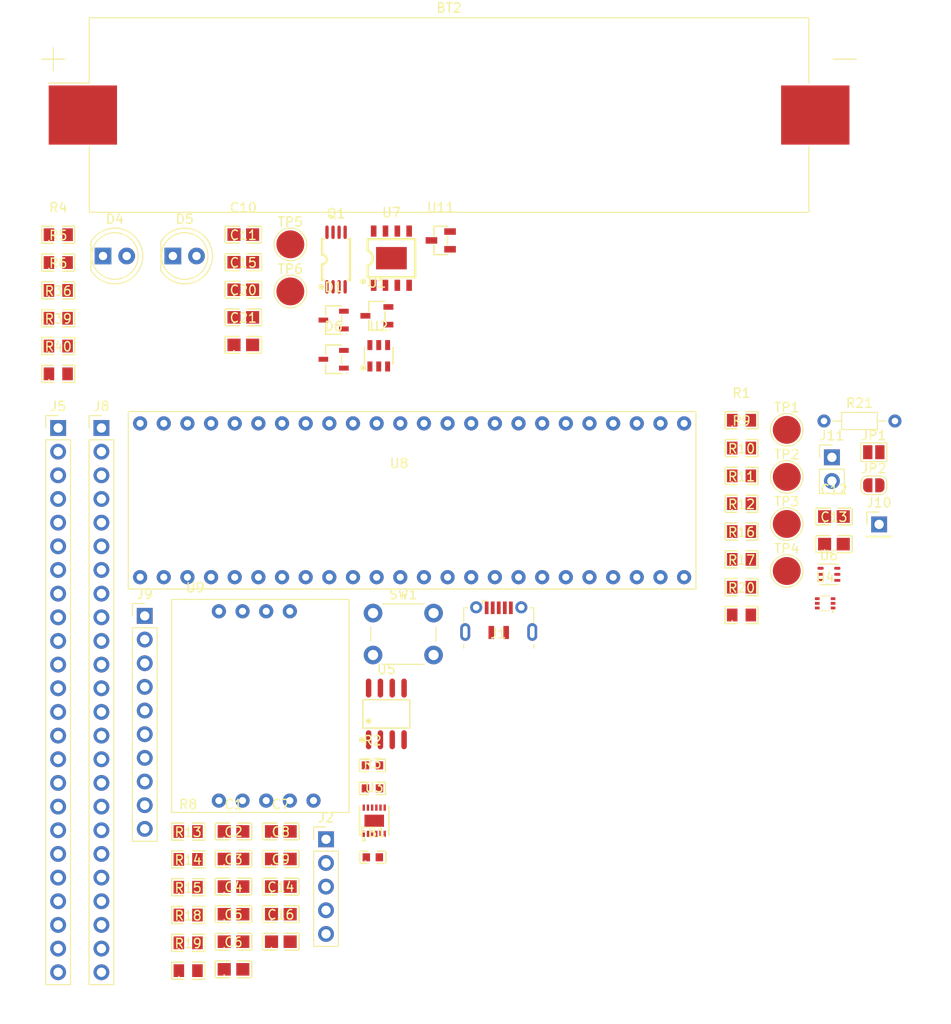
<source format=kicad_pcb>
(kicad_pcb (version 20221018) (generator pcbnew)
  (layers (0 "F.Cu" signal) (31 "B.Cu" signal) (34 "B.Paste" user) (35 "F.Paste" user) (36 "B.SilkS" user "B.Silkscreen") (37 "F.SilkS" user "F.Silkscreen") (38 "B.Mask" user) (39 "F.Mask" user) (44 "Edge.Cuts" user))
  (net 0 "")
  (net 1 "/MCU MODULE/PA4")
  (net 2 "GND")
  (net 3 "5VUSB")
  (net 4 "/POWER MANAGEMENT MODULE/BATT+")
  (net 5 "/MCU MODULE/USB_DN")
  (net 6 "/MCU MODULE/USB_DP")
  (net 7 "Net-(U3-3V3OUT)")
  (net 8 "Net-(BT2--)")
  (net 9 "Net-(JP1-A)")
  (net 10 "/POWER MANAGEMENT MODULE/LOAD_PWR")
  (net 11 "3V3")
  (net 12 "Net-(U2-VDD)")
  (net 13 "Net-(C21-Pad1)")
  (net 14 "Net-(D4-K)")
  (net 15 "Net-(D1-K)")
  (net 16 "Net-(D4-A)")
  (net 17 "Net-(D5-K)")
  (net 18 "/MCU MODULE/PA5")
  (net 22 "/MCU MODULE/PC13")
  (net 23 "/MCU MODULE/PC14")
  (net 24 "/MCU MODULE/PC15")
  (net 25 "/MCU MODULE/PF0")
  (net 26 "/MCU MODULE/PF1")
  (net 27 "/MCU MODULE/NRST")
  (net 28 "/MCU MODULE/PA0")
  (net 29 "/MCU MODULE/PA1")
  (net 30 "/MCU MODULE/PA2")
  (net 31 "/MCU MODULE/PA3")
  (net 32 "Net-(U2-OD)")
  (net 33 "/MCU MODULE/PA6")
  (net 34 "/MCU MODULE/PA7")
  (net 35 "/MCU MODULE/PB0")
  (net 36 "/MCU MODULE/PB1")
  (net 37 "/MCU MODULE/PB2")
  (net 38 "/MCU MODULE/PB10")
  (net 39 "/MCU MODULE/PB11")
  (net 40 "/MCU MODULE/PB9")
  (net 41 "/MCU MODULE/PB8")
  (net 42 "/MCU MODULE/BOOT")
  (net 43 "/MCU MODULE/PB7")
  (net 44 "/MCU MODULE/PB6")
  (net 45 "/MCU MODULE/PB5")
  (net 46 "/MCU MODULE/PB4")
  (net 47 "/MCU MODULE/PB3")
  (net 48 "/MCU MODULE/PA15")
  (net 49 "/MCU MODULE/PA14")
  (net 50 "/MCU MODULE/PF7")
  (net 51 "/MCU MODULE/PF6")
  (net 52 "/MCU MODULE/PA13")
  (net 53 "/MCU MODULE/PA12")
  (net 54 "/MCU MODULE/PA11")
  (net 55 "/MCU MODULE/PA10")
  (net 56 "/MCU MODULE/PA9")
  (net 57 "/MCU MODULE/PA8")
  (net 58 "/MCU MODULE/PB15")
  (net 59 "/MCU MODULE/PB14")
  (net 60 "/MCU MODULE/PB13")
  (net 61 "/MCU MODULE/PB12")
  (net 62 "Net-(U2-OC)")
  (net 63 "Net-(U4-V+)")
  (net 64 "Net-(U2-CS)")
  (net 65 "Net-(U4-SDA)")
  (net 66 "Net-(U4-SCL)")
  (net 67 "Net-(U5-SDA)")
  (net 68 "Net-(U5-VCC)")
  (net 69 "Net-(J10-Pin_1)")
  (net 70 "Net-(U3-USBDP)")
  (net 71 "Net-(U3-USBDM)")
  (net 72 "/POWER MANAGEMENT MODULE/PROG")
  (net 79 "Net-(U6-SCL)")
  (net 80 "Net-(U6-SDA)")
  (net 81 "Net-(U6-VDD)")
  (net 82 "Net-(U6-GND)")
  (net 83 "Net-(U5-SCL)")
  (footprint "JLCfootprint:C0805" (layer "F.Cu") (at 125.379776 53.312099)
    (fp_text reference "C11" (at 0 -2.903607) (layer "F.SilkS"))
    (fp_text value "1uF")
    (pad "1" smd rect (at -1 0) (size 1.410008 1.350013) (layers "F.Cu" "F.Paste" "F.Mask") (net 11 "3V3"))
    (pad "2" smd rect (at 1 0) (size 1.410008 1.350013) (layers "F.Cu" "F.Paste" "F.Mask") (net 2 "GND"))
  )
  (footprint "JLCfootprint:SOT-23-3_L3.0-W1.7-P0.95-LS2.9-BR" (layer "F.Cu") (at 135.080065 63.729914)
    (fp_text reference "D6" (at 0 -3.526213) (layer "F.SilkS"))
    (fp_text value "D_Schottky")
    (pad "1" smd rect (at 1.101346 0.949962) (size 1.03749 0.532004) (layers "F.Cu" "F.Paste" "F.Mask") (net 10 "/POWER MANAGEMENT MODULE/LOAD_PWR"))
    (pad "2" smd rect (at 1.101346 -0.949962) (size 1.03749 0.532004) (layers "F.Cu" "F.Paste" "F.Mask") (net 3 "5VUSB"))
    (pad "3" smd rect (at -1.101346 0) (size 1.03749 0.532004) (layers "F.Cu" "F.Paste" "F.Mask"))
  )
  (footprint "JLCfootprint:R0805" (layer "F.Cu") (at 178.887312 88.195497)
    (fp_text reference "R17" (at 0 -2.917094) (layer "F.SilkS"))
    (fp_text value "0R")
    (pad "1" smd rect (at -1 0) (size 1.132537 1.377013) (layers "F.Cu" "F.Paste" "F.Mask") (net 79 "Net-(U6-SCL)"))
    (pad "2" smd rect (at 1 0) (size 1.132537 1.377013) (layers "F.Cu" "F.Paste" "F.Mask") (net 44 "/MCU MODULE/PB6"))
  )
  (footprint "JLCfootprint:C0805" (layer "F.Cu") (at 188.809776 83.572099)
    (fp_text reference "C13" (at 0 -2.903607) (layer "F.SilkS"))
    (fp_text value "10nF")
    (pad "1" smd rect (at -1 0) (size 1.410008 1.350013) (layers "F.Cu" "F.Paste" "F.Mask") (net 11 "3V3"))
    (pad "2" smd rect (at 1 0) (size 1.410008 1.350013) (layers "F.Cu" "F.Paste" "F.Mask") (net 2 "GND"))
  )
  (footprint "JLCfootprint:R0805" (layer "F.Cu") (at 105.507312 53.352557)
    (fp_text reference "R5" (at 0 -2.917094) (layer "F.SilkS"))
    (fp_text value "10k")
    (pad "1" smd rect (at -1 0) (size 1.132537 1.377013) (layers "F.Cu" "F.Paste" "F.Mask") (net 3 "5VUSB"))
    (pad "2" smd rect (at 1 0) (size 1.132537 1.377013) (layers "F.Cu" "F.Paste" "F.Mask") (net 2 "GND"))
  )
  (footprint "TestPoint:TestPoint_Pad_D3.0mm" (layer "F.Cu") (at 183.744974 71.307675)
    (fp_text reference "TP1" (at 0 -2.398) (layer "F.SilkS"))
    (fp_text value "TestPoint")
    (pad "1" smd circle (at 0 0) (size 3 3) (layers "F.Cu" "F.Mask") (net 43 "/MCU MODULE/PB7"))
  )
  (footprint "TestPoint:TestPoint_Pad_D3.0mm" (layer "F.Cu") (at 130.434974 51.397675)
    (fp_text reference "TP5" (at 0 -2.398) (layer "F.SilkS"))
    (fp_text value "TestPoint")
    (pad "1" smd circle (at 0 0) (size 3 3) (layers "F.Cu" "F.Mask") (net 3 "5VUSB"))
  )
  (footprint "JLCfootprint:C0805" (layer "F.Cu") (at 124.329776 123.291331)
    (fp_text reference "C4" (at 0 -2.903607) (layer "F.SilkS"))
    (fp_text value "47pF")
    (pad "1" smd rect (at -1 0) (size 1.410008 1.350013) (layers "F.Cu" "F.Paste" "F.Mask") (net 5 "/MCU MODULE/USB_DN"))
    (pad "2" smd rect (at 1 0) (size 1.410008 1.350013) (layers "F.Cu" "F.Paste" "F.Mask") (net 2 "GND"))
  )
  (footprint "JLCfootprint:R0805" (layer "F.Cu") (at 119.457312 123.385733)
    (fp_text reference "R15" (at 0 -2.917094) (layer "F.SilkS"))
    (fp_text value "4k7")
    (pad "1" smd rect (at -1 0) (size 1.132537 1.377013) (layers "F.Cu" "F.Paste" "F.Mask") (net 43 "/MCU MODULE/PB7"))
    (pad "2" smd rect (at 1 0) (size 1.132537 1.377013) (layers "F.Cu" "F.Paste" "F.Mask") (net 11 "3V3"))
  )
  (footprint "JLCfootprint:SOT-23-3_L2.9-W1.3-P1.90-LS2.4-BR" (layer "F.Cu") (at 146.58498 50.975088)
    (fp_text reference "U11" (at 0 -3.526213) (layer "F.SilkS"))
    (fp_text value "AO3401A_C306862")
    (pad "1" smd rect (at 1 0.949962) (size 1.250013 0.7) (layers "F.Cu" "F.Paste" "F.Mask") (net 3 "5VUSB"))
    (pad "2" smd rect (at 1 -0.949962) (size 1.250013 0.7) (layers "F.Cu" "F.Paste" "F.Mask") (net 10 "/POWER MANAGEMENT MODULE/LOAD_PWR"))
    (pad "3" smd rect (at -1 0) (size 1.250013 0.7) (layers "F.Cu" "F.Paste" "F.Mask") (net 4 "/POWER MANAGEMENT MODULE/BATT+"))
  )
  (footprint "JLCfootprint:C0805" (layer "F.Cu") (at 129.40938 120.331715)
    (fp_text reference "C9" (at 0 -2.903607) (layer "F.SilkS"))
    (fp_text value "100nF")
    (pad "1" smd rect (at -1 0) (size 1.410008 1.350013) (layers "F.Cu" "F.Paste" "F.Mask") (net 11 "3V3"))
    (pad "2" smd rect (at 1 0) (size 1.410008 1.350013) (layers "F.Cu" "F.Paste" "F.Mask") (net 2 "GND"))
  )
  (footprint "LED_THT:LED_D5.0mm" (layer "F.Cu") (at 117.814974 52.647675)
    (fp_text reference "D5" (at 1.27 -3.96) (layer "F.SilkS"))
    (fp_text value "LED")
    (pad "1" thru_hole rect (at 0 0) (size 1.8 1.8) (drill 0.9) (layers "*.Cu" "*.Mask") (net 17 "Net-(D5-K)"))
    (pad "2" thru_hole circle (at 2.54 0) (size 1.8 1.8) (drill 0.9) (layers "*.Cu" "*.Mask") (net 16 "Net-(D4-A)"))
  )
  (footprint "JLCfootprint:ESOP-8_L4.9-W3.9-P1.27-LS6.0-BL-EP" (layer "F.Cu") (at 141.287126 52.880981)
    (fp_text reference "U7" (at 0 -4.908306) (layer "F.SilkS"))
    (fp_text value "~")
    (pad "1" smd rect (at -1.905004 2.908306) (size 0.6 1.2) (layers "F.Cu" "F.Paste" "F.Mask") (net 2 "GND"))
    (pad "2" smd rect (at -0.635001 2.908306) (size 0.6 1.2) (layers "F.Cu" "F.Paste" "F.Mask") (net 72 "/POWER MANAGEMENT MODULE/PROG"))
    (pad "3" smd rect (at 0.635001 2.908306) (size 0.6 1.2) (layers "F.Cu" "F.Paste" "F.Mask") (net 2 "GND"))
    (pad "4" smd rect (at 1.905004 2.908306) (size 0.6 1.2) (layers "F.Cu" "F.Paste" "F.Mask") (net 3 "5VUSB"))
    (pad "5" smd rect (at 1.905004 -2.908306) (size 0.6 1.2) (layers "F.Cu" "F.Paste" "F.Mask") (net 4 "/POWER MANAGEMENT MODULE/BATT+"))
    (pad "6" smd rect (at 0.635001 -2.908306) (size 0.6 1.2) (layers "F.Cu" "F.Paste" "F.Mask") (net 14 "Net-(D4-K)"))
    (pad "7" smd rect (at -0.635001 -2.908306) (size 0.6 1.2) (layers "F.Cu" "F.Paste" "F.Mask") (net 17 "Net-(D5-K)"))
    (pad "8" smd rect (at -1.905004 -2.908306) (size 0.6 1.2) (layers "F.Cu" "F.Paste" "F.Mask") (net 3 "5VUSB"))
    (pad "9" smd rect (at 0 0 180) (size 3.3 2.4) (layers "F.Cu" "F.Paste" "F.Mask"))
  )
  (footprint "JLCfootprint:R0603" (layer "F.Cu") (at 139.251264 109.79309)
    (fp_text reference "R3" (at 0 -2.660605) (layer "F.SilkS"))
    (fp_text value "27R")
    (pad "1" smd rect (at -0.753366 0) (size 0.806477 0.864008) (layers "F.Cu" "F.Paste" "F.Mask") (net 5 "/MCU MODULE/USB_DN"))
    (pad "2" smd rect (at 0.753366 0) (size 0.806477 0.864008) (layers "F.Cu" "F.Paste" "F.Mask") (net 71 "Net-(U3-USBDM)"))
  )
  (footprint "JLCfootprint:R0805" (layer "F.Cu") (at 105.507312 65.298909)
    (fp_text reference "R40" (at 0 -2.917094) (layer "F.SilkS"))
    (fp_text value "1k0")
    (pad "1" smd rect (at -1 0) (size 1.132537 1.377013) (layers "F.Cu" "F.Paste" "F.Mask") (net 3 "5VUSB"))
    (pad "2" smd rect (at 1 0) (size 1.132537 1.377013) (layers "F.Cu" "F.Paste" "F.Mask") (net 16 "Net-(D4-A)"))
  )
  (footprint "JLCfootprint:R0805" (layer "F.Cu") (at 178.887312 91.182085)
    (fp_text reference "R20" (at 0 -2.917094) (layer "F.SilkS"))
    (fp_text value "10k")
    (pad "1" smd rect (at -1 0) (size 1.132537 1.377013) (layers "F.Cu" "F.Paste" "F.Mask") (net 11 "3V3"))
    (pad "2" smd rect (at 1 0) (size 1.132537 1.377013) (layers "F.Cu" "F.Paste" "F.Mask") (net 18 "/MCU MODULE/PA5"))
  )
  (footprint "Connector_PinHeader_2.54mm:PinHeader_1x05_P2.54mm_Vertical" (layer "F.Cu") (at 134.264974 115.257675)
    (fp_text reference "J2" (at 0 -2.33) (layer "F.SilkS"))
    (fp_text value "Conn_01x05_Pin")
    (pad "1" thru_hole rect (at 0 0) (size 1.7 1.7) (drill 1) (layers "*.Cu" "*.Mask") (net 35 "/MCU MODULE/PB0"))
    (pad "2" thru_hole oval (at 0 2.54) (size 1.7 1.7) (drill 1) (layers "*.Cu" "*.Mask") (net 5 "/MCU MODULE/USB_DN"))
    (pad "3" thru_hole oval (at 0 5.08) (size 1.7 1.7) (drill 1) (layers "*.Cu" "*.Mask") (net 6 "/MCU MODULE/USB_DP"))
    (pad "4" thru_hole oval (at 0 7.62) (size 1.7 1.7) (drill 1) (layers "*.Cu" "*.Mask") (net 2 "GND"))
    (pad "5" thru_hole oval (at 0 10.16) (size 1.7 1.7) (drill 1) (layers "*.Cu" "*.Mask") (net 2 "GND"))
  )
  (footprint "JLCfootprint:SOT-23-3_L2.9-W1.6-P1.90-LS2.8-BR" (layer "F.Cu") (at 139.730052 59.06507)
    (fp_text reference "U1" (at 0 -3.536195) (layer "F.SilkS"))
    (fp_text value "MCP1700x-330xxTT")
    (pad "1" smd rect (at 1.235077 0.949962) (size 1.070003 0.6) (layers "F.Cu" "F.Paste" "F.Mask") (net 2 "GND"))
    (pad "2" smd rect (at 1.235077 -0.949962) (size 1.070003 0.6) (layers "F.Cu" "F.Paste" "F.Mask") (net 11 "3V3"))
    (pad "3" smd rect (at -1.235077 0) (size 1.070003 0.6) (layers "F.Cu" "F.Paste" "F.Mask") (net 10 "/POWER MANAGEMENT MODULE/LOAD_PWR"))
  )
  (footprint "JLCfootprint:R0805" (layer "F.Cu") (at 105.507312 50.365969)
    (fp_text reference "R4" (at 0 -2.917094) (layer "F.SilkS"))
    (fp_text value "1k0")
    (pad "1" smd rect (at -1 0) (size 1.132537 1.377013) (layers "F.Cu" "F.Paste" "F.Mask") (net 64 "Net-(U2-CS)"))
    (pad "2" smd rect (at 1 0) (size 1.132537 1.377013) (layers "F.Cu" "F.Paste" "F.Mask") (net 2 "GND"))
  )
  (footprint "JLCfootprint:C0805" (layer "F.Cu") (at 125.379776 62.190947)
    (fp_text reference "C21" (at 0 -2.903607) (layer "F.SilkS"))
    (fp_text value "10uF")
    (pad "1" smd rect (at -1 0) (size 1.410008 1.350013) (layers "F.Cu" "F.Paste" "F.Mask") (net 13 "Net-(C21-Pad1)"))
    (pad "2" smd rect (at 1 0) (size 1.410008 1.350013) (layers "F.Cu" "F.Paste" "F.Mask") (net 2 "GND"))
  )
  (footprint "JLCfootprint:R0805" (layer "F.Cu") (at 178.887312 76.249145)
    (fp_text reference "R10" (at 0 -2.917094) (layer "F.SilkS"))
    (fp_text value "0R")
    (pad "1" smd rect (at -1 0) (size 1.132537 1.377013) (layers "F.Cu" "F.Paste" "F.Mask") (net 66 "Net-(U4-SCL)"))
    (pad "2" smd rect (at 1 0) (size 1.132537 1.377013) (layers "F.Cu" "F.Paste" "F.Mask") (net 44 "/MCU MODULE/PB6"))
  )
  (footprint "JLCfootprint:DFN-12_L3.0-W3.0-P0.45-BL-EP" (layer "F.Cu") (at 139.442374 113.262591)
    (fp_text reference "U3" (at 0 -3.5762) (layer "F.SilkS"))
    (fp_text value "FT234XD-R")
    (pad "1" smd rect (at -1.124968 1.407417) (size 0.251994 0.664999) (layers "F.Cu" "F.Paste" "F.Mask") (net 71 "Net-(U3-USBDM)"))
    (pad "2" smd rect (at -0.674879 1.407417) (size 0.251994 0.664999) (layers "F.Cu" "F.Paste" "F.Mask") (net 7 "Net-(U3-3V3OUT)"))
    (pad "3" smd rect (at -0.225044 1.407417) (size 0.251994 0.664999) (layers "F.Cu" "F.Paste" "F.Mask") (net 7 "Net-(U3-3V3OUT)"))
    (pad "4" smd rect (at 0.225044 1.407417) (size 0.251994 0.664999) (layers "F.Cu" "F.Paste" "F.Mask") (net 3 "5VUSB"))
    (pad "5" smd rect (at 0.674879 1.407417) (size 0.251994 0.664999) (layers "F.Cu" "F.Paste" "F.Mask") (net 2 "GND"))
    (pad "6" smd rect (at 1.124968 1.407417) (size 0.251994 0.664999) (layers "F.Cu" "F.Paste" "F.Mask"))
    (pad "7" smd rect (at 1.124968 -1.407417) (size 0.251994 0.664999) (layers "F.Cu" "F.Paste" "F.Mask") (net 55 "/MCU MODULE/PA10"))
    (pad "8" smd rect (at 0.674879 -1.407417) (size 0.251994 0.664999) (layers "F.Cu" "F.Paste" "F.Mask"))
    (pad "9" smd rect (at 0.225044 -1.407417) (size 0.251994 0.664999) (layers "F.Cu" "F.Paste" "F.Mask") (net 7 "Net-(U3-3V3OUT)"))
    (pad "10" smd rect (at -0.225044 -1.407417) (size 0.251994 0.664999) (layers "F.Cu" "F.Paste" "F.Mask") (net 56 "/MCU MODULE/PA9"))
    (pad "11" smd rect (at -0.674879 -1.407417) (size 0.251994 0.664999) (layers "F.Cu" "F.Paste" "F.Mask"))
    (pad "12" smd rect (at -1.124968 -1.407417) (size 0.251994 0.664999) (layers "F.Cu" "F.Paste" "F.Mask") (net 70 "Net-(U3-USBDP)"))
    (pad "13" smd rect (at 0 0) (size 2.1 1.3) (layers "F.Cu" "F.Paste" "F.Mask") (net 2 "GND"))
  )
  (footprint "JLCfootprint:C0805" (layer "F.Cu") (at 124.329776 114.412483)
    (fp_text reference "C1" (at 0 -2.903607) (layer "F.SilkS"))
    (fp_text value "100nF")
    (pad "1" smd rect (at -1 0) (size 1.410008 1.350013) (layers "F.Cu" "F.Paste" "F.Mask") (net 3 "5VUSB"))
    (pad "2" smd rect (at 1 0) (size 1.410008 1.350013) (layers "F.Cu" "F.Paste" "F.Mask") (net 2 "GND"))
  )
  (footprint "JLCfootprint:C0805" (layer "F.Cu") (at 125.379776 50.352483)
    (fp_text reference "C10" (at 0 -2.903607) (layer "F.SilkS"))
    (fp_text value "1uF")
    (pad "1" smd rect (at -1 0) (size 1.410008 1.350013) (layers "F.Cu" "F.Paste" "F.Mask") (net 10 "/POWER MANAGEMENT MODULE/LOAD_PWR"))
    (pad "2" smd rect (at 1 0) (size 1.410008 1.350013) (layers "F.Cu" "F.Paste" "F.Mask") (net 2 "GND"))
  )
  (footprint "JLCfootprint:R0603" (layer "F.Cu") (at 139.251264 107.31948)
    (fp_text reference "R2" (at 0 -2.660605) (layer "F.SilkS"))
    (fp_text value "27R")
    (pad "1" smd rect (at -0.753366 0) (size 0.806477 0.864008) (layers "F.Cu" "F.Paste" "F.Mask") (net 6 "/MCU MODULE/USB_DP"))
    (pad "2" smd rect (at 0.753366 0) (size 0.806477 0.864008) (layers "F.Cu" "F.Paste" "F.Mask") (net 70 "Net-(U3-USBDP)"))
  )
  (footprint "Battery:BatteryHolder_Keystone_1042_1x18650" (layer "F.Cu") (at 147.479974 37.517675)
    (fp_text reference "BT2" (at 0 -11.5) (layer "F.SilkS"))
    (fp_text value "Battery_Cell")
    (pad "" np_thru_hole circle (at -35.93 -8) (size 2.39 2.39) (drill 2.39) (layers "*.Cu" "*.Mask"))
    (pad "" np_thru_hole circle (at -27.6 8) (size 3.45 3.45) (drill 3.45) (layers "*.Cu" "*.Mask"))
    (pad "" np_thru_hole circle (at 27.6 -8) (size 3.45 3.45) (drill 3.45) (layers "*.Cu" "*.Mask"))
    (pad "1" smd rect (at -39.33 0) (size 7.34 6.35) (layers "F.Cu" "F.Paste" "F.Mask") (net 4 "/POWER MANAGEMENT MODULE/BATT+"))
    (pad "2" smd rect (at 39.33 0) (size 7.34 6.35) (layers "F.Cu" "F.Paste" "F.Mask") (net 8 "Net-(BT2--)"))
  )
  (footprint "LED_THT:LED_D5.0mm" (layer "F.Cu") (at 110.314974 52.647675)
    (fp_text reference "D4" (at 1.27 -3.96) (layer "F.SilkS"))
    (fp_text value "LED")
    (pad "1" thru_hole rect (at 0 0) (size 1.8 1.8) (drill 0.9) (layers "*.Cu" "*.Mask") (net 14 "Net-(D4-K)"))
    (pad "2" thru_hole circle (at 2.54 0) (size 1.8 1.8) (drill 0.9) (layers "*.Cu" "*.Mask") (net 16 "Net-(D4-A)"))
  )
  (footprint "Connector_PinHeader_2.54mm:PinHeader_1x01_P2.54mm_Vertical" (layer "F.Cu") (at 193.664974 81.457675)
    (fp_text reference "J10" (at 0 -2.33) (layer "F.SilkS"))
    (fp_text value "Conn_01x01_Pin")
    (pad "1" thru_hole rect (at 0 0) (size 1.7 1.7) (drill 1) (layers "*.Cu" "*.Mask") (net 69 "Net-(J10-Pin_1)"))
  )
  (footprint "JLCfootprint:C0805" (layer "F.Cu") (at 129.40938 123.291331)
    (fp_text reference "C14" (at 0 -2.903607) (layer "F.SilkS"))
    (fp_text value "10nF")
    (pad "1" smd rect (at -1 0) (size 1.410008 1.350013) (layers "F.Cu" "F.Paste" "F.Mask") (net 11 "3V3"))
    (pad "2" smd rect (at 1 0) (size 1.410008 1.350013) (layers "F.Cu" "F.Paste" "F.Mask") (net 2 "GND"))
  )
  (footprint "JLCfootprint:C0805" (layer "F.Cu") (at 125.379776 56.271715)
    (fp_text reference "C15" (at 0 -2.903607) (layer "F.SilkS"))
    (fp_text value "10nF")
    (pad "1" smd rect (at -1 0) (size 1.410008 1.350013) (layers "F.Cu" "F.Paste" "F.Mask") (net 12 "Net-(U2-VDD)"))
    (pad "2" smd rect (at 1 0) (size 1.410008 1.350013) (layers "F.Cu" "F.Paste" "F.Mask") (net 15 "Net-(D1-K)"))
  )
  (footprint "Resistor_THT:R_Axial_DIN0204_L3.6mm_D1.6mm_P7.62mm_Horizontal" (layer "F.Cu") (at 187.744974 70.357675)
    (fp_text reference "R21" (at 3.81 -1.92) (layer "F.SilkS"))
    (fp_text value "LDR07")
    (pad "1" thru_hole circle (at 0 0) (size 1.4 1.4) (drill 0.7) (layers "*.Cu" "*.Mask") (net 18 "/MCU MODULE/PA5"))
    (pad "2" thru_hole oval (at 7.62 0) (size 1.4 1.4) (drill 0.7) (layers "*.Cu" "*.Mask") (net 2 "GND"))
  )
  (footprint "Connector_PinHeader_2.54mm:PinHeader_1x10_P2.54mm_Vertical" (layer "F.Cu") (at 114.794974 91.277675)
    (fp_text reference "J9" (at 0 -2.33) (layer "F.SilkS"))
    (fp_text value "Conn_01x10_Pin")
    (pad "1" thru_hole rect (at 0 0) (size 1.7 1.7) (drill 1) (layers "*.Cu" "*.Mask") (net 3 "5VUSB"))
    (pad "2" thru_hole oval (at 0 2.54) (size 1.7 1.7) (drill 1) (layers "*.Cu" "*.Mask") (net 18 "/MCU MODULE/PA5"))
    (pad "3" thru_hole oval (at 0 5.08) (size 1.7 1.7) (drill 1) (layers "*.Cu" "*.Mask") (net 43 "/MCU MODULE/PB7"))
    (pad "4" thru_hole oval (at 0 7.62) (size 1.7 1.7) (drill 1) (layers "*.Cu" "*.Mask") (net 44 "/MCU MODULE/PB6"))
    (pad "5" thru_hole oval (at 0 10.16) (size 1.7 1.7) (drill 1) (layers "*.Cu" "*.Mask"))
    (pad "6" thru_hole oval (at 0 12.7) (size 1.7 1.7) (drill 1) (layers "*.Cu" "*.Mask"))
    (pad "7" thru_hole oval (at 0 15.24) (size 1.7 1.7) (drill 1) (layers "*.Cu" "*.Mask") (net 35 "/MCU MODULE/PB0"))
    (pad "8" thru_hole oval (at 0 17.78) (size 1.7 1.7) (drill 1) (layers "*.Cu" "*.Mask") (net 55 "/MCU MODULE/PA10"))
    (pad "9" thru_hole oval (at 0 20.32) (size 1.7 1.7) (drill 1) (layers "*.Cu" "*.Mask") (net 56 "/MCU MODULE/PA9"))
    (pad "10" thru_hole oval (at 0 22.86) (size 1.7 1.7) (drill 1) (layers "*.Cu" "*.Mask") (net 2 "GND"))
  )
  (footprint "TestPoint:TestPoint_Pad_D3.0mm" (layer "F.Cu") (at 183.744974 81.407675)
    (fp_text reference "TP3" (at 0 -2.398) (layer "F.SilkS"))
    (fp_text value "TestPoint")
    (pad "1" smd circle (at 0 0) (size 3 3) (layers "F.Cu" "F.Mask") (net 43 "/MCU MODULE/PB7"))
  )
  (footprint "TestPoint:TestPoint_Pad_D3.0mm" (layer "F.Cu") (at 183.744974 86.457675)
    (fp_text reference "TP4" (at 0 -2.398) (layer "F.SilkS"))
    (fp_text value "TestPoint")
    (pad "1" smd circle (at 0 0) (size 3 3) (layers "F.Cu" "F.Mask") (net 44 "/MCU MODULE/PB6"))
  )
  (footprint "JLCfootprint:R0805" (layer "F.Cu") (at 105.507312 62.312321)
    (fp_text reference "R39" (at 0 -2.917094) (layer "F.SilkS"))
    (fp_text value "0R")
    (pad "1" smd rect (at -1 0) (size 1.132537 1.377013) (layers "F.Cu" "F.Paste" "F.Mask") (net 3 "5VUSB"))
    (pad "2" smd rect (at 1 0) (size 1.132537 1.377013) (layers "F.Cu" "F.Paste" "F.Mask") (net 13 "Net-(C21-Pad1)"))
  )
  (footprint "JLCfootprint:SOIC-8_L4.9-W3.9-P1.27-LS6.0-BL" (layer "F.Cu") (at 140.741599 101.797596)
    (fp_text reference "U5" (at 0 -4.772416) (layer "F.SilkS"))
    (fp_text value "CAT24C256")
    (pad "1" smd oval (at -1.905004 2.772416) (size 0.588011 2.045009) (layers "F.Cu" "F.Paste" "F.Mask") (net 2 "GND"))
    (pad "2" smd oval (at -0.635001 2.772416) (size 0.588011 2.045009) (layers "F.Cu" "F.Paste" "F.Mask") (net 2 "GND"))
    (pad "3" smd oval (at 0.635001 2.772416) (size 0.588011 2.045009) (layers "F.Cu" "F.Paste" "F.Mask") (net 2 "GND"))
    (pad "4" smd oval (at 1.905004 2.772416) (size 0.588011 2.045009) (layers "F.Cu" "F.Paste" "F.Mask") (net 2 "GND"))
    (pad "5" smd oval (at 1.905004 -2.772416) (size 0.588011 2.045009) (layers "F.Cu" "F.Paste" "F.Mask") (net 67 "Net-(U5-SDA)"))
    (pad "6" smd oval (at 0.635001 -2.772416) (size 0.588011 2.045009) (layers "F.Cu" "F.Paste" "F.Mask") (net 83 "Net-(U5-SCL)"))
    (pad "7" smd oval (at -0.635001 -2.772416) (size 0.588011 2.045009) (layers "F.Cu" "F.Paste" "F.Mask") (net 2 "GND"))
    (pad "8" smd oval (at -1.905004 -2.772416) (size 0.588011 2.045009) (layers "F.Cu" "F.Paste" "F.Mask") (net 68 "Net-(U5-VCC)"))
  )
  (footprint "JLCfootprint:TSSOP-8_L4.4-W3.0-P0.65-LS6.4-BL" (layer "F.Cu") (at 135.341495 53.026778)
    (fp_text reference "Q1" (at 0 -4.927102) (layer "F.SilkS"))
    (fp_text value "FS8205A")
    (pad "1" smd oval (at -0.975108 2.927102) (size 0.35301 1.454001) (layers "F.Cu" "F.Paste" "F.Mask"))
    (pad "2" smd oval (at -0.324867 2.927102) (size 0.35301 1.454001) (layers "F.Cu" "F.Paste" "F.Mask") (net 15 "Net-(D1-K)"))
    (pad "3" smd oval (at 0.325121 2.927102) (size 0.35301 1.454001) (layers "F.Cu" "F.Paste" "F.Mask") (net 15 "Net-(D1-K)"))
    (pad "4" smd oval (at 0.975108 2.927102) (size 0.35301 1.454001) (layers "F.Cu" "F.Paste" "F.Mask") (net 32 "Net-(U2-OD)"))
    (pad "5" smd oval (at 0.975108 -2.927102) (size 0.35301 1.454001) (layers "F.Cu" "F.Paste" "F.Mask") (net 62 "Net-(U2-OC)"))
    (pad "6" smd oval (at 0.325121 -2.927102) (size 0.35301 1.454001) (layers "F.Cu" "F.Paste" "F.Mask") (net 2 "GND"))
    (pad "7" smd oval (at -0.324867 -2.927102) (size 0.35301 1.454001) (layers "F.Cu" "F.Paste" "F.Mask") (net 2 "GND"))
    (pad "8" smd oval (at -0.975108 -2.927102) (size 0.35301 1.454001) (layers "F.Cu" "F.Paste" "F.Mask"))
  )
  (footprint "JLCfootprint:C0805" (layer "F.Cu") (at 124.329776 129.210563)
    (fp_text reference "C6" (at 0 -2.903607) (layer "F.SilkS"))
    (fp_text value "100nF")
    (pad "1" smd rect (at -1 0) (size 1.410008 1.350013) (layers "F.Cu" "F.Paste" "F.Mask") (net 7 "Net-(U3-3V3OUT)"))
    (pad "2" smd rect (at 1 0) (size 1.410008 1.350013) (layers "F.Cu" "F.Paste" "F.Mask") (net 2 "GND"))
  )
  (footprint "JLCfootprint:C0805" (layer "F.Cu") (at 129.40938 114.412483)
    (fp_text reference "C7" (at 0 -2.903607) (layer "F.SilkS"))
    (fp_text value "1uF")
    (pad "1" smd rect (at -1 0) (size 1.410008 1.350013) (layers "F.Cu" "F.Paste" "F.Mask") (net 11 "3V3"))
    (pad "2" smd rect (at 1 0) (size 1.410008 1.350013) (layers "F.Cu" "F.Paste" "F.Mask") (net 2 "GND"))
  )
  (footprint "Connector_PinHeader_2.54mm:PinHeader_1x24_P2.54mm_Vertical" (layer "F.Cu") (at 105.494974 71.107675)
    (fp_text reference "J5" (at 0 -2.33) (layer "F.SilkS"))
    (fp_text value "Conn_01x24_Pin")
    (pad "1" thru_hole rect (at 0 0) (size 1.7 1.7) (drill 1) (layers "*.Cu" "*.Mask") (net 11 "3V3"))
    (pad "2" thru_hole oval (at 0 2.54) (size 1.7 1.7) (drill 1) (layers "*.Cu" "*.Mask") (net 22 "/MCU MODULE/PC13"))
    (pad "3" thru_hole oval (at 0 5.08) (size 1.7 1.7) (drill 1) (layers "*.Cu" "*.Mask") (net 23 "/MCU MODULE/PC14"))
    (pad "4" thru_hole oval (at 0 7.62) (size 1.7 1.7) (drill 1) (layers "*.Cu" "*.Mask") (net 24 "/MCU MODULE/PC15"))
    (pad "5" thru_hole oval (at 0 10.16) (size 1.7 1.7) (drill 1) (layers "*.Cu" "*.Mask") (net 25 "/MCU MODULE/PF0"))
    (pad "6" thru_hole oval (at 0 12.7) (size 1.7 1.7) (drill 1) (layers "*.Cu" "*.Mask") (net 26 "/MCU MODULE/PF1"))
    (pad "7" thru_hole oval (at 0 15.24) (size 1.7 1.7) (drill 1) (layers "*.Cu" "*.Mask") (net 27 "/MCU MODULE/NRST"))
    (pad "8" thru_hole oval (at 0 17.78) (size 1.7 1.7) (drill 1) (layers "*.Cu" "*.Mask") (net 2 "GND"))
    (pad "9" thru_hole oval (at 0 20.32) (size 1.7 1.7) (drill 1) (layers "*.Cu" "*.Mask") (net 11 "3V3"))
    (pad "10" thru_hole oval (at 0 22.86) (size 1.7 1.7) (drill 1) (layers "*.Cu" "*.Mask") (net 28 "/MCU MODULE/PA0"))
    (pad "11" thru_hole oval (at 0 25.4) (size 1.7 1.7) (drill 1) (layers "*.Cu" "*.Mask") (net 29 "/MCU MODULE/PA1"))
    (pad "12" thru_hole oval (at 0 27.94) (size 1.7 1.7) (drill 1) (layers "*.Cu" "*.Mask") (net 30 "/MCU MODULE/PA2"))
    (pad "13" thru_hole oval (at 0 30.48) (size 1.7 1.7) (drill 1) (layers "*.Cu" "*.Mask") (net 31 "/MCU MODULE/PA3"))
    (pad "14" thru_hole oval (at 0 33.02) (size 1.7 1.7) (drill 1) (layers "*.Cu" "*.Mask") (net 1 "/MCU MODULE/PA4"))
    (pad "15" thru_hole oval (at 0 35.56) (size 1.7 1.7) (drill 1) (layers "*.Cu" "*.Mask") (net 18 "/MCU MODULE/PA5"))
    (pad "16" thru_hole oval (at 0 38.1) (size 1.7 1.7) (drill 1) (layers "*.Cu" "*.Mask") (net 33 "/MCU MODULE/PA6"))
    (pad "17" thru_hole oval (at 0 40.64) (size 1.7 1.7) (drill 1) (layers "*.Cu" "*.Mask") (net 34 "/MCU MODULE/PA7"))
    (pad "18" thru_hole oval (at 0 43.18) (size 1.7 1.7) (drill 1) (layers "*.Cu" "*.Mask") (net 35 "/MCU MODULE/PB0"))
    (pad "19" thru_hole oval (at 0 45.72) (size 1.7 1.7) (drill 1) (layers "*.Cu" "*.Mask") (net 36 "/MCU MODULE/PB1"))
    (pad "20" thru_hole oval (at 0 48.26) (size 1.7 1.7) (drill 1) (layers "*.Cu" "*.Mask") (net 37 "/MCU MODULE/PB2"))
    (pad "21" thru_hole oval (at 0 50.8) (size 1.7 1.7) (drill 1) (layers "*.Cu" "*.Mask") (net 38 "/MCU MODULE/PB10"))
    (pad "22" thru_hole oval (at 0 53.34) (size 1.7 1.7) (drill 1) (layers "*.Cu" "*.Mask") (net 39 "/MCU MODULE/PB11"))
    (pad "23" thru_hole oval (at 0 55.88) (size 1.7 1.7) (drill 1) (layers "*.Cu" "*.Mask") (net 2 "GND"))
    (pad "24" thru_hole oval (at 0 58.42) (size 1.7 1.7) (drill 1) (layers "*.Cu" "*.Mask") (net 11 "3V3"))
  )
  (footprint "JLCfootprint:C0805" (layer "F.Cu") (at 188.809776 80.612483)
    (fp_text reference "C12" (at 0 -2.903607) (layer "F.SilkS"))
    (fp_text value "1uF")
    (pad "1" smd rect (at -1 0) (size 1.410008 1.350013) (layers "F.Cu" "F.Paste" "F.Mask") (net 9 "Net-(JP1-A)"))
    (pad "2" smd rect (at 1 0) (size 1.410008 1.350013) (layers "F.Cu" "F.Paste" "F.Mask") (net 2 "GND"))
  )
  (footprint "Button_Switch_THT:SW_PUSH_6mm" (layer "F.Cu") (at 139.314974 90.977675)
    (fp_text reference "SW1" (at 3.25 -2) (layer "F.SilkS"))
    (fp_text value "SW_Push")
    (pad "1" thru_hole circle (at 0 0 90) (size 2 2) (drill 1.1) (layers "*.Cu" "*.Mask") (net 2 "GND"))
    (pad "1" thru_hole circle (at 6.5 0 90) (size 2 2) (drill 1.1) (layers "*.Cu" "*.Mask") (net 2 "GND"))
    (pad "2" thru_hole circle (at 0 4.5 90) (size 2 2) (drill 1.1) (layers "*.Cu" "*.Mask") (net 27 "/MCU MODULE/NRST"))
    (pad "2" thru_hole circle (at 6.5 4.5 90) (size 2 2) (drill 1.1) (layers "*.Cu" "*.Mask") (net 27 "/MCU MODULE/NRST"))
  )
  (footprint "JLCfootprint:R0805" (layer "F.Cu") (at 178.887312 85.208909)
    (fp_text reference "R16" (at 0 -2.917094) (layer "F.SilkS"))
    (fp_text value "0R")
    (pad "1" smd rect (at -1 0) (size 1.132537 1.377013) (layers "F.Cu" "F.Paste" "F.Mask") (net 80 "Net-(U6-SDA)"))
    (pad "2" smd rect (at 1 0) (size 1.132537 1.377013) (layers "F.Cu" "F.Paste" "F.Mask") (net 43 "/MCU MODULE/PB7"))
  )
  (footprint "Connector_PinHeader_2.54mm:PinHeader_1x24_P2.54mm_Vertical" (layer "F.Cu") (at 110.144974 71.107675)
    (fp_text reference "J8" (at 0 -2.33) (layer "F.SilkS"))
    (fp_text value "Conn_01x24_Pin")
    (pad "1" thru_hole rect (at 0 0) (size 1.7 1.7) (drill 1) (layers "*.Cu" "*.Mask") (net 11 "3V3"))
    (pad "2" thru_hole oval (at 0 2.54) (size 1.7 1.7) (drill 1) (layers "*.Cu" "*.Mask") (net 2 "GND"))
    (pad "3" thru_hole oval (at 0 5.08) (size 1.7 1.7) (drill 1) (layers "*.Cu" "*.Mask") (net 40 "/MCU MODULE/PB9"))
    (pad "4" thru_hole oval (at 0 7.62) (size 1.7 1.7) (drill 1) (layers "*.Cu" "*.Mask") (net 41 "/MCU MODULE/PB8"))
    (pad "5" thru_hole oval (at 0 10.16) (size 1.7 1.7) (drill 1) (layers "*.Cu" "*.Mask") (net 42 "/MCU MODULE/BOOT"))
    (pad "6" thru_hole oval (at 0 12.7) (size 1.7 1.7) (drill 1) (layers "*.Cu" "*.Mask") (net 43 "/MCU MODULE/PB7"))
    (pad "7" thru_hole oval (at 0 15.24) (size 1.7 1.7) (drill 1) (layers "*.Cu" "*.Mask") (net 44 "/MCU MODULE/PB6"))
    (pad "8" thru_hole oval (at 0 17.78) (size 1.7 1.7) (drill 1) (layers "*.Cu" "*.Mask") (net 45 "/MCU MODULE/PB5"))
    (pad "9" thru_hole oval (at 0 20.32) (size 1.7 1.7) (drill 1) (layers "*.Cu" "*.Mask") (net 46 "/MCU MODULE/PB4"))
    (pad "10" thru_hole oval (at 0 22.86) (size 1.7 1.7) (drill 1) (layers "*.Cu" "*.Mask") (net 47 "/MCU MODULE/PB3"))
    (pad "11" thru_hole oval (at 0 25.4) (size 1.7 1.7) (drill 1) (layers "*.Cu" "*.Mask") (net 48 "/MCU MODULE/PA15"))
    (pad "12" thru_hole oval (at 0 27.94) (size 1.7 1.7) (drill 1) (layers "*.Cu" "*.Mask") (net 49 "/MCU MODULE/PA14"))
    (pad "13" thru_hole oval (at 0 30.48) (size 1.7 1.7) (drill 1) (layers "*.Cu" "*.Mask") (net 50 "/MCU MODULE/PF7"))
    (pad "14" thru_hole oval (at 0 33.02) (size 1.7 1.7) (drill 1) (layers "*.Cu" "*.Mask") (net 51 "/MCU MODULE/PF6"))
    (pad "15" thru_hole oval (at 0 35.56) (size 1.7 1.7) (drill 1) (layers "*.Cu" "*.Mask") (net 52 "/MCU MODULE/PA13"))
    (pad "16" thru_hole oval (at 0 38.1) (size 1.7 1.7) (drill 1) (layers "*.Cu" "*.Mask") (net 53 "/MCU MODULE/PA12"))
    (pad "17" thru_hole oval (at 0 40.64) (size 1.7 1.7) (drill 1) (layers "*.Cu" "*.Mask") (net 54 "/MCU MODULE/PA11"))
    (pad "18" thru_hole oval (at 0 43.18) (size 1.7 1.7) (drill 1) (layers "*.Cu" "*.Mask") (net 55 "/MCU MODULE/PA10"))
    (pad "19" thru_hole oval (at 0 45.72) (size 1.7 1.7) (drill 1) (layers "*.Cu" "*.Mask") (net 56 "/MCU MODULE/PA9"))
    (pad "20" thru_hole oval (at 0 48.26) (size 1.7 1.7) (drill 1) (layers "*.Cu" "*.Mask") (net 57 "/MCU MODULE/PA8"))
    (pad "21" thru_hole oval (at 0 50.8) (size 1.7 1.7) (drill 1) (layers "*.Cu" "*.Mask") (net 58 "/MCU MODULE/PB15"))
    (pad "22" thru_hole oval (at 0 53.34) (size 1.7 1.7) (drill 1) (layers "*.Cu" "*.Mask") (net 59 "/MCU MODULE/PB14"))
    (pad "23" thru_hole oval (at 0 55.88) (size 1.7 1.7) (drill 1) (layers "*.Cu" "*.Mask") (net 60 "/MCU MODULE/PB13"))
    (pad "24" thru_hole oval (at 0 58.42) (size 1.7 1.7) (drill 1) (layers "*.Cu" "*.Mask") (net 61 "/MCU MODULE/PB12"))
  )
  (footprint "JLCfootprint:R0805" (layer "F.Cu") (at 119.457312 117.412557)
    (fp_text reference "R13" (at 0 -2.917094) (layer "F.SilkS"))
    (fp_text value "0R")
    (pad "1" smd rect (at -1 0) (size 1.132537 1.377013) (layers "F.Cu" "F.Paste" "F.Mask") (net 43 "/MCU MODULE/PB7"))
    (pad "2" smd rect (at 1 0) (size 1.132537 1.377013) (layers "F.Cu" "F.Paste" "F.Mask") (net 67 "Net-(U5-SDA)"))
  )
  (footprint "JLCfootprint:L0603" (layer "F.Cu") (at 139.290279 117.188725)
    (fp_text reference "FB1" (at -0.006731 -2.66985) (layer "F.SilkS"))
    (fp_text value "FerriteBead")
    (pad "1" smd rect (at -0.699898 0 180) (size 0.8 0.864008) (layers "F.Cu" "F.Paste" "F.Mask") (net 3 "5VUSB"))
    (pad "2" smd rect (at 0.699898 0 180) (size 0.8 0.864008) (layers "F.Cu" "F.Paste" "F.Mask") (net 35 "/MCU MODULE/PB0"))
  )
  (footprint "JLCfootprint:R0805" (layer "F.Cu") (at 105.507312 59.325733)
    (fp_text reference "R36" (at 0 -2.917094) (layer "F.SilkS"))
    (fp_text value "10k")
    (pad "1" smd rect (at -1 0) (size 1.132537 1.377013) (layers "F.Cu" "F.Paste" "F.Mask") (net 72 "/POWER MANAGEMENT MODULE/PROG"))
    (pad "2" smd rect (at 1 0) (size 1.132537 1.377013) (layers "F.Cu" "F.Paste" "F.Mask") (net 2 "GND"))
  )
  (footprint "JLCfootprint:R0805" (layer "F.Cu") (at 178.887312 79.235733)
    (fp_text reference "R11" (at 0 -2.917094) (layer "F.SilkS"))
    (fp_text value "0R")
    (pad "1" smd rect (at -1 0) (size 1.132537 1.377013) (layers "F.Cu" "F.Paste" "F.Mask") (net 81 "Net-(U6-VDD)"))
    (pad "2" smd rect (at 1 0) (size 1.132537 1.377013) (layers "F.Cu" "F.Paste" "F.Mask") (net 9 "Net-(JP1-A)"))
  )
  (footprint "footprints:STM32F051C6T6" (layer "F.Cu") (at 142.319974 81.012675)
    (fp_text reference "U8" (at -0.2 -6.1 unlocked) (layer "F.SilkS"))
    (fp_text value "~")
    (pad "1" thru_hole circle (at -28.02 6.11) (size 1.524 1.524) (drill 0.762) (layers "*.Cu" "*.Mask") (net 11 "3V3"))
    (pad "2" thru_hole circle (at -25.48 6.11) (size 1.524 1.524) (drill 0.762) (layers "*.Cu" "*.Mask") (net 22 "/MCU MODULE/PC13"))
    (pad "3" thru_hole circle (at -22.94 6.11) (size 1.524 1.524) (drill 0.762) (layers "*.Cu" "*.Mask") (net 23 "/MCU MODULE/PC14"))
    (pad "4" thru_hole circle (at -20.4 6.11) (size 1.524 1.524) (drill 0.762) (layers "*.Cu" "*.Mask") (net 24 "/MCU MODULE/PC15"))
    (pad "5" thru_hole circle (at -17.86 6.11) (size 1.524 1.524) (drill 0.762) (layers "*.Cu" "*.Mask") (net 25 "/MCU MODULE/PF0"))
    (pad "6" thru_hole circle (at -15.32 6.11) (size 1.524 1.524) (drill 0.762) (layers "*.Cu" "*.Mask") (net 26 "/MCU MODULE/PF1"))
    (pad "7" thru_hole circle (at -12.78 6.11) (size 1.524 1.524) (drill 0.762) (layers "*.Cu" "*.Mask") (net 27 "/MCU MODULE/NRST"))
    (pad "8" thru_hole circle (at -10.24 6.11) (size 1.524 1.524) (drill 0.762) (layers "*.Cu" "*.Mask") (net 2 "GND"))
    (pad "9" thru_hole circle (at -7.7 6.11) (size 1.524 1.524) (drill 0.762) (layers "*.Cu" "*.Mask") (net 11 "3V3"))
    (pad "10" thru_hole circle (at -5.16 6.11) (size 1.524 1.524) (drill 0.762) (layers "*.Cu" "*.Mask") (net 28 "/MCU MODULE/PA0"))
    (pad "11" thru_hole circle (at -2.62 6.11) (size 1.524 1.524) (drill 0.762) (layers "*.Cu" "*.Mask") (net 29 "/MCU MODULE/PA1"))
    (pad "12" thru_hole circle (at -0.08 6.11) (size 1.524 1.524) (drill 0.762) (layers "*.Cu" "*.Mask") (net 30 "/MCU MODULE/PA2"))
    (pad "13" thru_hole circle (at 2.46 6.11) (size 1.524 1.524) (drill 0.762) (layers "*.Cu" "*.Mask") (net 31 "/MCU MODULE/PA3"))
    (pad "14" thru_hole circle (at 5 6.11) (size 1.524 1.524) (drill 0.762) (layers "*.Cu" "*.Mask") (net 1 "/MCU MODULE/PA4"))
    (pad "15" thru_hole circle (at 7.54 6.11) (size 1.524 1.524) (drill 0.762) (layers "*.Cu" "*.Mask") (net 18 "/MCU MODULE/PA5"))
    (pad "16" thru_hole circle (at 10.08 6.11) (size 1.524 1.524) (drill 0.762) (layers "*.Cu" "*.Mask") (net 33 "/MCU MODULE/PA6"))
    (pad "17" thru_hole circle (at 12.62 6.11) (size 1.524 1.524) (drill 0.762) (layers "*.Cu" "*.Mask") (net 34 "/MCU MODULE/PA7"))
    (pad "18" thru_hole circle (at 15.16 6.11) (size 1.524 1.524) (drill 0.762) (layers "*.Cu" "*.Mask") (net 35 "/MCU MODULE/PB0"))
    (pad "19" thru_hole circle (at 17.7 6.11) (size 1.524 1.524) (drill 0.762) (layers "*.Cu" "*.Mask") (net 36 "/MCU MODULE/PB1"))
    (pad "20" thru_hole circle (at 20.24 6.11) (size 1.524 1.524) (drill 0.762) (layers "*.Cu" "*.Mask") (net 37 "/MCU MODULE/PB2"))
    (pad "21" thru_hole circle (at 22.78 6.11) (size 1.524 1.524) (drill 0.762) (layers "*.Cu" "*.Mask") (net 38 "/MCU MODULE/PB10"))
    (pad "22" thru_hole circle (at 25.32 6.11) (size 1.524 1.524) (drill 0.762) (layers "*.Cu" "*.Mask") (net 39 "/MCU MODULE/PB11"))
    (pad "23" thru_hole circle (at 27.86 6.11) (size 1.524 1.524) (drill 0.762) (layers "*.Cu" "*.Mask") (net 2 "GND"))
    (pad "24" thru_hole circle (at 30.4 6.11) (size 1.524 1.524) (drill 0.762) (layers "*.Cu" "*.Mask") (net 11 "3V3"))
    (pad "25" thru_hole circle (at 30.4 -10.4) (size 1.524 1.524) (drill 0.762) (layers "*.Cu" "*.Mask") (net 61 "/MCU MODULE/PB12"))
    (pad "26" thru_hole circle (at 27.86 -10.4) (size 1.524 1.524) (drill 0.762) (layers "*.Cu" "*.Mask") (net 60 "/MCU MODULE/PB13"))
    (pad "27" thru_hole circle (at 25.32 -10.4) (size 1.524 1.524) (drill 0.762) (layers "*.Cu" "*.Mask") (net 59 "/MCU MODULE/PB14"))
    (pad "28" thru_hole circle (at 22.78 -10.4) (size 1.524 1.524) (drill 0.762) (layers "*.Cu" "*.Mask") (net 58 "/MCU MODULE/PB15"))
    (pad "29" thru_hole circle (at 20.24 -10.4) (size 1.524 1.524) (drill 0.762) (layers "*.Cu" "*.Mask") (net 57 "/MCU MODULE/PA8"))
    (pad "30" thru_hole circle (at 17.7 -10.4) (size 1.524 1.524) (drill 0.762) (layers "*.Cu" "*.Mask") (net 56 "/MCU MODULE/PA9"))
    (pad "31" thru_hole circle (at 15.16 -10.4) (size 1.524 1.524) (drill 0.762) (layers "*.Cu" "*.Mask") (net 55 "/MCU MODULE/PA10"))
    (pad "32" thru_hole circle (at 12.62 -10.4) (size 1.524 1.524) (drill 0.762) (layers "*.Cu" "*.Mask") (net 54 "/MCU MODULE/PA11"))
    (pad "33" thru_hole circle (at 10.08 -10.4) (size 1.524 1.524) (drill 0.762) (layers "*.Cu" "*.Mask") (net 53 "/MCU MODULE/PA12"))
    (pad "34" thru_hole circle (at 7.54 -10.4) (size 1.524 1.524) (drill 0.762) (layers "*.Cu" "*.Mask") (net 52 "/MCU MODULE/PA13"))
    (pad "35" thru_hole circle (at 5 -10.4) (size 1.524 1.524) (drill 0.762) (layers "*.Cu" "*.Mask") (net 51 "/MCU MODULE/PF6"))
    (pad "36" thru_hole circle (at 2.46 -10.4) (size 1.524 1.524) (drill 0.762) (layers "*.Cu" "*.Mask") (net 50 "/MCU MODULE/PF7"))
    (pad "37" thru_hole circle (at -0.08 -10.4) (size 1.524 1.524) (drill 0.762) (layers "*.Cu" "*.Mask") (net 49 "/MCU MODULE/PA14"))
    (pad "38" thru_hole circle (at -2.62 -10.4) (size 1.524 1.524) (drill 0.762) (layers "*.Cu" "*.Mask") (net 48 "/MCU MODULE/PA15"))
    (pad "39" thru_hole circle (at -5.16 -10.4) (size 1.524 1.524) (drill 0.762) (layers "*.Cu" "*.Mask") (net 47 "/MCU MODULE/PB3"))
    (pad "40" thru_hole circle (at -7.7 -10.4) (size 1.524 1.524) (drill 0.762) (layers "*.Cu" "*.Mask") (net 46 "/MCU MODULE/PB4"))
    (pad "41" thru_hole circle (at -10.24 -10.4) (size 1.524 1.524) (drill 0.762) (layers "*.Cu" "*.Mask") (net 45 "/MCU MODULE/PB5"))
    (pad "42" thru_hole circle (at -12.78 -10.4) (size 1.524 1.524) (drill 0.762) (layers "*.Cu" "*.Mask") (net 44 "/MCU MODULE/PB6"))
    (pad "43" thru_hole circle (at -15.32 -10.4) (size 1.524 1.524) (drill 0.762) (layers "*.Cu" "*.Mask") (net 43 "/MCU MODULE/PB7"))
    (pad "44" thru_hole circle (at -17.86 -10.4) (size 1.524 1.524) (drill 0.762) (layers "*.Cu" "*.Mask") (net 42 "/MCU MODULE/BOOT"))
    (pad "45" thru_hole circle (at -20.4 -10.4) (size 1.524 1.524) (drill 0.762) (layers "*.Cu" "*.Mask") (net 41 "/MCU MODULE/PB8"))
    (pad "46" thru_hole circle (at -22.94 -10.4) (size 1.524 1.524) (drill 0.762) (layers "*.Cu" "*.Mask") (net 40 "/MCU MODULE/PB9"))
    (pad "47" thru_hole circle (at -25.48 -10.4) (size 1.524 1.524) (drill 0.762) (layers "*.Cu" "*.Mask") (net 2 "GND"))
    (pad "48" thru_hole circle (at -28.02 -10.4) (size 1.524 1.524) (drill 0.762) (layers "*.Cu" "*.Mask") (net 11 "3V3"))
  )
  (footprint "footprints:USB_Conn_JLC_LCSC_C404969" (layer "F.Cu") (at 152.764974 93.677675)
    (fp_text reference "J1" (at 0 -0.5 unlocked) (layer "F.SilkS"))
    (fp_text value "USB_B_Micro")
    (pad "1" smd rect (at -1.25 -3.27) (size 0.4 1.35) (layers "F.Cu" "F.Paste" "F.Mask") (net 35 "/MCU MODULE/PB0"))
    (pad "2" smd rect (at -0.6 -3.27) (size 0.4 1.35) (layers "F.Cu" "F.Paste" "F.Mask") (net 5 "/MCU MODULE/USB_DN"))
    (pad "3" smd rect (at 0.05 -3.27) (size 0.4 1.35) (layers "F.Cu" "F.Paste" "F.Mask") (net 6 "/MCU MODULE/USB_DP"))
    (pad "4" smd rect (at 0.7 -3.27) (size 0.4 1.35) (layers "F.Cu" "F.Paste" "F.Mask") (net 2 "GND"))
    (pad "5" smd rect (at 1.35 -3.27) (size 0.4 1.35) (layers "F.Cu" "F.Paste" "F.Mask") (net 2 "GND"))
    (pad "6" thru_hole oval (at -3.55 -0.67) (size 1.07 1.9) (drill oval 0.5 1.3) (layers "*.Cu" "*.Mask") (net 2 "GND"))
    (pad "6" thru_hole oval (at -2.375 -3.32) (size 1.3 1.3) (drill 0.7) (layers "*.Cu" "*.Mask") (net 2 "GND"))
    (pad "6" smd rect (at -0.75 -0.62) (size 0.6 1.4) (layers "F.Cu" "F.Paste" "F.Mask") (net 2 "GND"))
    (pad "6" smd rect (at 0.85 -0.62) (size 0.6 1.4) (layers "F.Cu" "F.Paste" "F.Mask") (net 2 "GND"))
    (pad "6" thru_hole oval (at 2.475 -3.32) (size 1.3 1.3) (drill 0.7) (layers "*.Cu" "*.Mask") (net 2 "GND"))
    (pad "6" thru_hole oval (at 3.65 -0.67) (size 1.07 1.9) (drill oval 0.5 1.3) (layers "*.Cu" "*.Mask") (net 2 "GND"))
  )
  (footprint "JLCfootprint:C0805" (layer "F.Cu") (at 125.379776 59.231331)
    (fp_text reference "C20" (at 0 -2.903607) (layer "F.SilkS"))
    (fp_text value "10uF")
    (pad "1" smd rect (at -1 0) (size 1.410008 1.350013) (layers "F.Cu" "F.Paste" "F.Mask") (net 4 "/POWER MANAGEMENT MODULE/BATT+"))
    (pad "2" smd rect (at 1 0) (size 1.410008 1.350013) (layers "F.Cu" "F.Paste" "F.Mask") (net 2 "GND"))
  )
  (footprint "Jumper:SolderJumper-2_P1.3mm_Open_Pad1.0x1.5mm" (layer "F.Cu") (at 193.094974 73.707675)
    (fp_text reference "JP1" (at 0 -1.8) (layer "F.SilkS"))
    (fp_text value "SolderJumper_2_Open")
    (pad "1" smd rect (at -0.65 0) (size 1 1.5) (layers "F.Cu" "F.Mask") (net 9 "Net-(JP1-A)"))
    (pad "2" smd rect (at 0.65 0) (size 1 1.5) (layers "F.Cu" "F.Mask") (net 11 "3V3"))
  )
  (footprint "TestPoint:TestPoint_Pad_D3.0mm" (layer "F.Cu") (at 130.434974 56.447675)
    (fp_text reference "TP6" (at 0 -2.398) (layer "F.SilkS"))
    (fp_text value "TestPoint")
    (pad "1" smd circle (at 0 0) (size 3 3) (layers "F.Cu" "F.Mask") (net 11 "3V3"))
  )
  (footprint "JLCfootprint:SOT-23-6_L2.9-W1.6-P0.95-LS2.8-BL" (layer "F.Cu") (at 139.928363 63.357777)
    (fp_text reference "U2" (at 0 -3.149098) (layer "F.SilkS"))
    (fp_text value "~")
    (pad "1" smd rect (at -0.949962 1.149098) (size 0.532004 1.072009) (layers "F.Cu" "F.Paste" "F.Mask") (net 32 "Net-(U2-OD)"))
    (pad "2" smd rect (at 0 1.149098) (size 0.532004 1.072009) (layers "F.Cu" "F.Paste" "F.Mask") (net 64 "Net-(U2-CS)"))
    (pad "3" smd rect (at 0.949962 1.149098) (size 0.532004 1.072009) (layers "F.Cu" "F.Paste" "F.Mask") (net 62 "Net-(U2-OC)"))
    (pad "4" smd rect (at 0.949962 -1.149098) (size 0.532004 1.072009) (layers "F.Cu" "F.Paste" "F.Mask"))
    (pad "5" smd rect (at 0 -1.149098) (size 0.532004 1.072009) (layers "F.Cu" "F.Paste" "F.Mask") (net 12 "Net-(U2-VDD)"))
    (pad "6" smd rect (at -0.949962 -1.149098) (size 0.532004 1.072009) (layers "F.Cu" "F.Paste" "F.Mask") (net 15 "Net-(D1-K)"))
  )
  (footprint "JLCfootprint:R0805" (layer "F.Cu") (at 178.887312 73.262557)
    (fp_text reference "R9" (at 0 -2.917094) (layer "F.SilkS"))
    (fp_text value "0R")
    (pad "1" smd rect (at -1 0) (size 1.132537 1.377013) (layers "F.Cu" "F.Paste" "F.Mask") (net 65 "Net-(U4-SDA)"))
    (pad "2" smd rect (at 1 0) (size 1.132537 1.377013) (layers "F.Cu" "F.Paste" "F.Mask") (net 43 "/MCU MODULE/PB7"))
  )
  (footprint "JLCfootprint:R0805" (layer "F.Cu") (at 105.507312 56.339145)
    (fp_text reference "R6" (at 0 -2.917094) (layer "F.SilkS"))
    (fp_text value "100R")
    (pad "1" smd rect (at -1 0) (size 1.132537 1.377013) (layers "F.Cu" "F.Paste" "F.Mask") (net 12 "Net-(U2-VDD)"))
    (pad "2" smd rect (at 1 0) (size 1.132537 1.377013) (layers "F.Cu" "F.Paste" "F.Mask") (net 4 "/POWER MANAGEMENT MODULE/BATT+"))
  )
  (footprint "JLCfootprint:R0805" (layer "F.Cu") (at 119.457312 126.372321)
    (fp_text reference "R18" (at 0 -2.917094) (layer "F.SilkS"))
    (fp_text value "4k7")
    (pad "1" smd rect (at -1 0) (size 1.132537 1.377013) (layers "F.Cu" "F.Paste" "F.Mask") (net 44 "/MCU MODULE/PB6"))
    (pad "2" smd rect (at 1 0) (size 1.132537 1.377013) (layers "F.Cu" "F.Paste" "F.Mask") (net 11 "3V3"))
  )
  (footprint "footprints:STLINK_UCT" (layer "F.Cu") (at 126.569974 100.942675)
    (fp_text reference "U9" (at -6.35 -12.7 unlocked) (layer "F.SilkS"))
    (fp_text value "STLINK_UCT")
    (pad "1" thru_hole circle (at 6.35 10.16) (size 1.524 1.524) (drill 0.762) (layers "*.Cu" "*.Mask") (net 3 "5VUSB"))
    (pad "2" thru_hole circle (at 3.81 10.16) (size 1.524 1.524) (drill 0.762) (layers "*.Cu" "*.Mask") (net 11 "3V3"))
    (pad "3" thru_hole circle (at 1.27 10.16) (size 1.524 1.524) (drill 0.762) (layers "*.Cu" "*.Mask") (net 5 "/MCU MODULE/USB_DN"))
    (pad "4" thru_hole circle (at -1.27 10.16) (size 1.524 1.524) (drill 0.762) (layers "*.Cu" "*.Mask") (net 6 "/MCU MODULE/USB_DP"))
    (pad "5" thru_hole circle (at -3.81 10.16) (size 1.524 1.524) (drill 0.762) (layers "*.Cu" "*.Mask") (net 2 "GND"))
    (pad "6" thru_hole circle (at 3.81 -10.16) (size 1.524 1.524) (drill 0.762) (layers "*.Cu" "*.Mask") (net 27 "/MCU MODULE/NRST"))
    (pad "7" thru_hole circle (at 1.27 -10.16) (size 1.524 1.524) (drill 0.762) (layers "*.Cu" "*.Mask") (net 49 "/MCU MODULE/PA14"))
    (pad "8" thru_hole circle (at -1.27 -10.16) (size 1.524 1.524) (drill 0.762) (layers "*.Cu" "*.Mask") (net 52 "/MCU MODULE/PA13"))
    (pad "9" thru_hole circle (at -3.81 -10.16) (size 1.524 1.524) (drill 0.762) (layers "*.Cu" "*.Mask"))
  )
  (footprint "JLCfootprint:R0805" (layer "F.Cu") (at 119.457312 120.399145)
    (fp_text reference "R14" (at 0 -2.917094) (layer "F.SilkS"))
    (fp_text value "0R")
    (pad "1" smd rect (at -1 0) (size 1.132537 1.377013) (layers "F.Cu" "F.Paste" "F.Mask") (net 11 "3V3"))
    (pad "2" smd rect (at 1 0) (size 1.132537 1.377013) (layers "F.Cu" "F.Paste" "F.Mask") (net 68 "Net-(U5-VCC)"))
  )
  (footprint "JLCfootprint:C0805" (layer "F.Cu") (at 124.329776 126.250947)
    (fp_text reference "C5" (at 0 -2.903607) (layer "F.SilkS"))
    (fp_text value "47pF")
    (pad "1" smd rect (at -1 0) (size 1.410008 1.350013) (layers "F.Cu" "F.Paste" "F.Mask") (net 6 "/MCU MODULE/USB_DP"))
    (pad "2" smd rect (at 1 0) (size 1.410008 1.350013) (layers "F.Cu" "F.Paste" "F.Mask") (net 2 "GND"))
  )
  (footprint "JLCfootprint:R0805" (layer "F.Cu") (at 178.887312 82.222321)
    (fp_text reference "R12" (at 0 -2.917094) (layer "F.SilkS"))
    (fp_text value "0R")
    (pad "1" smd rect (at -1 0) (size 1.132537 1.377013) (layers "F.Cu" "F.Paste" "F.Mask") (net 2 "GND"))
    (pad "2" smd rect (at 1 0) (size 1.132537 1.377013) (layers "F.Cu" "F.Paste" "F.Mask") (net 82 "Net-(U6-GND)"))
  )
  (footprint "Jumper:SolderJumper-2_P1.3mm_Open_RoundedPad1.0x1.5mm" (layer "F.Cu") (at 193.094974 77.257675)
    (fp_text reference "JP2" (at 0 -1.8) (layer "F.SilkS"))
    (fp_text value "SolderJumper_2_Open")
    (pad "1" smd custom (at -0.65 0) (size 1 0.5) (layers "F.Cu" "F.Mask") (net 18 "/MCU MODULE/PA5") (options (clearance outline) (anchor rect)) (primitives (gr_circle (center 0 0.25) (end 0.5 0.25) (width 0) (fill yes)) (gr_circle (center 0 -0.25) (end 0.5 -0.25) (width 0) (fill yes)) (gr_poly (pts (xy 0.5 0.75) (xy 0 0.75) (xy 0 -0.75) (xy 0.5 -0.75)) (width 0) (fill yes))))
    (pad "2" smd custom (at 0.65 0) (size 1 0.5) (layers "F.Cu" "F.Mask") (net 69 "Net-(J10-Pin_1)") (options (clearance outline) (anchor rect)) (primitives (gr_circle (center 0 0.25) (end 0.5 0.25) (width 0) (fill yes)) (gr_circle (center 0 -0.25) (end 0.5 -0.25) (width 0) (fill yes)) (gr_poly (pts (xy 0 0.75) (xy -0.5 0.75) (xy -0.5 -0.75) (xy 0 -0.75)) (width 0) (fill yes))))
  )
  (footprint "JLCfootprint:C0805" (layer "F.Cu") (at 124.329776 117.372099)
    (fp_text reference "C2" (at 0 -2.903607) (layer "F.SilkS"))
    (fp_text value "10nF")
    (pad "1" smd rect (at -1 0) (size 1.410008 1.350013) (layers "F.Cu" "F.Paste" "F.Mask") (net 35 "/MCU MODULE/PB0"))
    (pad "2" smd rect (at 1 0) (size 1.410008 1.350013) (layers "F.Cu" "F.Paste" "F.Mask") (net 2 "GND"))
  )
  (footprint "TestPoint:TestPoint_Pad_D3.0mm" (layer "F.Cu") (at 183.744974 76.357675)
    (fp_text reference "TP2" (at 0 -2.398) (layer "F.SilkS"))
    (fp_text value "TestPoint")
    (pad "1" smd circle (at 0 0) (size 3 3) (layers "F.Cu" "F.Mask") (net 44 "/MCU MODULE/PB6"))
  )
  (footprint "JLCfootprint:R0805" (layer "F.Cu") (at 119.457312 114.425969)
    (fp_text reference "R8" (at 0 -2.917094) (layer "F.SilkS"))
    (fp_text value "0R")
    (pad "1" smd rect (at -1 0) (size 1.132537 1.377013) (layers "F.Cu" "F.Paste" "F.Mask") (net 83 "Net-(U5-SCL)"))
    (pad "2" smd rect (at 1 0) (size 1.132537 1.377013) (layers "F.Cu" "F.Paste" "F.Mask") (net 44 "/MCU MODULE/PB6"))
  )
  (footprint "JLCfootprint:R0805" (layer "F.Cu") (at 119.457312 129.358909)
    (fp_text reference "R19" (at 0 -2.917094) (layer "F.SilkS"))
    (fp_text value "10k")
    (pad "1" smd rect (at -1 0) (size 1.132537 1.377013) (layers "F.Cu" "F.Paste" "F.Mask") (net 42 "/MCU MODULE/BOOT"))
    (pad "2" smd rect (at 1 0) (size 1.132537 1.377013) (layers "F.Cu" "F.Paste" "F.Mask") (net 2 "GND"))
  )
  (footprint "JLCfootprint:SOT-563_L1.6-W1.2-P0.50-LS1.6-BR" (layer "F.Cu") (at 187.869987 89.93)
    (fp_text reference "U4" (at 0 -2.787325) (layer "F.SilkS"))
    (fp_text value "TMP102xxDRL")
    (pad "1" smd rect (at 0.850013 0.5 90) (size 0.3 0.5) (layers "F.Cu" "F.Paste" "F.Mask") (net 66 "Net-(U4-SCL)"))
    (pad "2" smd rect (at 0.850013 0.000127 90) (size 0.3 0.5) (layers "F.Cu" "F.Paste" "F.Mask") (net 2 "GND"))
    (pad "3" smd rect (at 0.850013 -0.5 90) (size 0.3 0.5) (layers "F.Cu" "F.Paste" "F.Mask"))
    (pad "4" smd rect (at -0.850013 -0.5 90) (size 0.3 0.5) (layers "F.Cu" "F.Paste" "F.Mask") (net 2 "GND"))
    (pad "5" smd rect (at -0.850013 0.000127 90) (size 0.3 0.5) (layers "F.Cu" "F.Paste" "F.Mask") (net 63 "Net-(U4-V+)"))
    (pad "6" smd rect (at -0.850013 0.5 90) (size 0.3 0.5) (layers "F.Cu" "F.Paste" "F.Mask") (net 65 "Net-(U4-SDA)"))
  )
  (footprint "JLCfootprint:SOT-23-3_L3.0-W1.7-P0.95-LS2.9-BR" (layer "F.Cu") (at 135.080065 59.525088)
    (fp_text reference "D1" (at 0 -3.526213) (layer "F.SilkS"))
    (fp_text value "D_Schottky")
    (pad "1" smd rect (at 1.101346 0.949962) (size 1.03749 0.532004) (layers "F.Cu" "F.Paste" "F.Mask") (net 15 "Net-(D1-K)"))
    (pad "2" smd rect (at 1.101346 -0.949962) (size 1.03749 0.532004) (layers "F.Cu" "F.Paste" "F.Mask") (net 8 "Net-(BT2--)"))
    (pad "3" smd rect (at -1.101346 0) (size 1.03749 0.532004) (layers "F.Cu" "F.Paste" "F.Mask"))
  )
  (footprint "Connector_PinHeader_2.54mm:PinHeader_1x02_P2.54mm_Vertical" (layer "F.Cu") (at 188.594974 74.257675)
    (fp_text reference "J11" (at 0 -2.33) (layer "F.SilkS"))
    (fp_text value "Conn_01x02_Pin")
    (pad "1" thru_hole rect (at 0 0) (size 1.7 1.7) (drill 1) (layers "*.Cu" "*.Mask") (net 11 "3V3"))
    (pad "2" thru_hole oval (at 0 2.54) (size 1.7 1.7) (drill 1) (layers "*.Cu" "*.Mask") (net 2 "GND"))
  )
  (footprint "OptoDevice:Lite-On_LTR-303ALS-01" (layer "F.Cu") (at 188.274974 86.817675)
    (fp_text reference "U6" (at 0 -2.025) (layer "F.SilkS"))
    (fp_text value "LTR-303ALS-01")
    (pad "1" smd roundrect (at -0.9 -0.65) (size 0.65 0.3) (layers "F.Cu" "F.Paste" "F.Mask") (net 81 "Net-(U6-VDD)"))
    (pad "2" smd roundrect (at -0.9 0) (size 0.65 0.3) (layers "F.Cu" "F.Paste" "F.Mask"))
    (pad "3" smd roundrect (at -0.9 0.65) (size 0.65 0.3) (layers "F.Cu" "F.Paste" "F.Mask") (net 82 "Net-(U6-GND)"))
    (pad "4" smd roundrect (at 0.9 0.65) (size 0.65 0.3) (layers "F.Cu" "F.Paste" "F.Mask") (net 79 "Net-(U6-SCL)"))
    (pad "5" smd roundrect (at 0.9 0) (size 0.65 0.3) (layers "F.Cu" "F.Paste" "F.Mask"))
    (pad "6" smd roundrect (at 0.9 -0.65) (size 0.65 0.3) (layers "F.Cu" "F.Paste" "F.Mask") (net 80 "Net-(U6-SDA)"))
  )
  (footprint "JLCfootprint:R0805" (layer "F.Cu") (at 178.887312 70.275969)
    (fp_text reference "R1" (at 0 -2.917094) (layer "F.SilkS"))
    (fp_text value "0R")
    (pad "1" smd rect (at -1 0) (size 1.132537 1.377013) (layers "F.Cu" "F.Paste" "F.Mask") (net 63 "Net-(U4-V+)"))
    (pad "2" smd rect (at 1 0) (size 1.132537 1.377013) (layers "F.Cu" "F.Paste" "F.Mask") (net 11 "3V3"))
  )
  (footprint "JLCfootprint:C0805" (layer "F.Cu") (at 129.40938 117.372099)
    (fp_text reference "C8" (at 0 -2.903607) (layer "F.SilkS"))
    (fp_text value "100nF")
    (pad "1" smd rect (at -1 0) (size 1.410008 1.350013) (layers "F.Cu" "F.Paste" "F.Mask") (net 11 "3V3"))
    (pad "2" smd rect (at 1 0) (size 1.410008 1.350013) (layers "F.Cu" "F.Paste" "F.Mask") (net 2 "GND"))
  )
  (footprint "JLCfootprint:C0805" (layer "F.Cu") (at 124.329776 120.331715)
    (fp_text reference "C3" (at 0 -2.903607) (layer "F.SilkS"))
    (fp_text value "4.7uF")
    (pad "1" smd rect (at -1 0) (size 1.410008 1.350013) (layers "F.Cu" "F.Paste" "F.Mask") (net 3 "5VUSB"))
    (pad "2" smd rect (at 1 0) (size 1.410008 1.350013) (layers "F.Cu" "F.Paste" "F.Mask") (net 2 "GND"))
  )
  (footprint "JLCfootprint:C0805" (layer "F.Cu") (at 129.40938 126.250947)
    (fp_text reference "C16" (at 0 -2.903607) (layer "F.SilkS"))
    (fp_text value "4.7uF")
    (pad "1" smd rect (at -1 0) (size 1.410008 1.350013) (layers "F.Cu" "F.Paste" "F.Mask") (net 11 "3V3"))
    (pad "2" smd rect (at 1 0) (size 1.410008 1.350013) (layers "F.Cu" "F.Paste" "F.Mask") (net 2 "GND"))
  )
)
</source>
